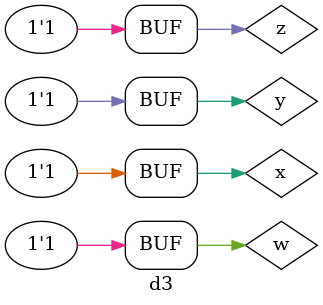
<source format=v>
module SoP (output s, input x, y, w, z); // mintermos
// m 0 1 2 3 4
assign s = (~x & ~y & ~w & ~z) | (~x & ~y & w & ~z) | (~x & y & ~w & z) | (~x & y & w & z) | (x & ~y & ~w & ~z) | (x & ~y & w & ~z)| (x & y & ~w & z);
endmodule // SoP

module d3;
reg x, y, w, z;
wire s;
// instancias
SoP SOP1 (s, x, y, w, z);
// valores iniciais
initial begin: start
x=1'bx; y=1'bx; z=1'bx;// indefinidos
end
// parte principal
initial begin: main
// identificacao
$display("Soma de Produtos");
// monitoramento
$display(" x  y  w  z =  SoP( 0, 2, 5, 7, 8, 10, 13 )");
$monitor("%2b %2b %2b %2b =  %2b", x, y, w, z, s);
// sinalizacao
#1 x=0; y=0; w=0; z=0;
#1 x=0; y=0; w=0; z=1;
#1 x=0; y=0; w=1; z=0;
#1 x=0; y=0; w=1; z=1;
#1 x=0; y=1; w=0; z=0;
#1 x=0; y=1; w=0; z=1;
#1 x=0; y=1; w=1; z=0;
#1 x=0; y=1; w=1; z=1;
#1 x=1; y=0; w=0; z=0;
#1 x=1; y=0; w=0; z=1;
#1 x=1; y=0; w=1; z=0;
#1 x=1; y=0; w=1; z=1;
#1 x=1; y=1; w=0; z=0;
#1 x=1; y=1; w=0; z=1;
#1 x=1; y=1; w=1; z=0;
#1 x=1; y=1; w=1; z=1;
end
endmodule // test_module
</source>
